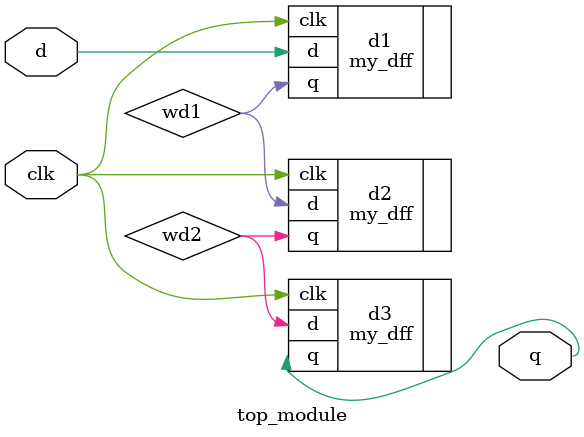
<source format=v>
module top_module ( input clk, input d, output q );
    wire wd1, wd2;
    my_dff d1 (.clk(clk), .d(d), .q(wd1));
    my_dff d2 (.clk(clk), .d(wd1), .q(wd2));
    my_dff d3 (.clk(clk), .d(wd2), .q(q));

endmodule

</source>
